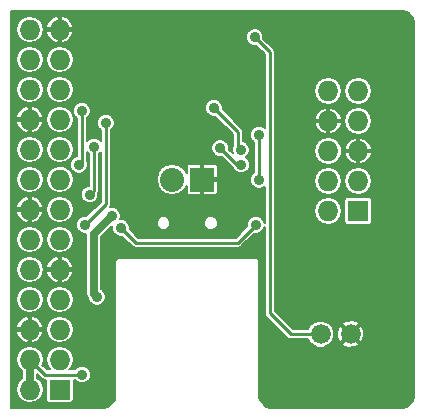
<source format=gbr>
G04 #@! TF.FileFunction,Copper,L2,Bot,Signal*
%FSLAX46Y46*%
G04 Gerber Fmt 4.6, Leading zero omitted, Abs format (unit mm)*
G04 Created by KiCad (PCBNEW 4.0.1-stable) date 7/29/2016 10:59:53 AM*
%MOMM*%
G01*
G04 APERTURE LIST*
%ADD10C,0.150000*%
%ADD11R,1.727200X1.727200*%
%ADD12O,1.727200X1.727200*%
%ADD13R,2.032000X2.032000*%
%ADD14O,2.032000X2.032000*%
%ADD15C,1.676400*%
%ADD16C,0.889000*%
%ADD17C,0.254000*%
%ADD18C,0.635000*%
%ADD19C,0.203200*%
G04 APERTURE END LIST*
D10*
D11*
X4445000Y-32385000D03*
D12*
X1905000Y-32385000D03*
X4445000Y-29845000D03*
X1905000Y-29845000D03*
X4445000Y-27305000D03*
X1905000Y-27305000D03*
X4445000Y-24765000D03*
X1905000Y-24765000D03*
X4445000Y-22225000D03*
X1905000Y-22225000D03*
X4445000Y-19685000D03*
X1905000Y-19685000D03*
X4445000Y-17145000D03*
X1905000Y-17145000D03*
X4445000Y-14605000D03*
X1905000Y-14605000D03*
X4445000Y-12065000D03*
X1905000Y-12065000D03*
X4445000Y-9525000D03*
X1905000Y-9525000D03*
X4445000Y-6985000D03*
X1905000Y-6985000D03*
X4445000Y-4445000D03*
X1905000Y-4445000D03*
X4445000Y-1905000D03*
X1905000Y-1905000D03*
D11*
X29718000Y-17272000D03*
D12*
X27178000Y-17272000D03*
X29718000Y-14732000D03*
X27178000Y-14732000D03*
X29718000Y-12192000D03*
X27178000Y-12192000D03*
X29718000Y-9652000D03*
X27178000Y-9652000D03*
X29718000Y-7112000D03*
X27178000Y-7112000D03*
D13*
X16510000Y-14605000D03*
D14*
X13970000Y-14605000D03*
D15*
X26543000Y-27686000D03*
X29083000Y-27686000D03*
D16*
X6350000Y-31115000D03*
X17780000Y-17145000D03*
X9624000Y-18688000D03*
X21054000Y-18434000D03*
X21308000Y-10814000D03*
X21308000Y-14624000D03*
X17498000Y-8528000D03*
X6322000Y-8782000D03*
X19784000Y-12084000D03*
X6068000Y-13354000D03*
X8354000Y-9798000D03*
X6576000Y-18434000D03*
X8862000Y-17672000D03*
X7592000Y-24530000D03*
X20955000Y-2540000D03*
X6985000Y-15875000D03*
X7366000Y-11811000D03*
X18034000Y-11938000D03*
X19812000Y-13335000D03*
D17*
X3175000Y-31115000D02*
X6350000Y-31115000D01*
X1905000Y-29845000D02*
X3175000Y-31115000D01*
D18*
X1905000Y-29845000D02*
X1905000Y-32385000D01*
D17*
X9624000Y-18688000D02*
X10894000Y-19958000D01*
X10894000Y-19958000D02*
X19530000Y-19958000D01*
X19530000Y-19958000D02*
X21054000Y-18434000D01*
X21308000Y-10814000D02*
X21308000Y-14624000D01*
X19530000Y-10560000D02*
X17498000Y-8528000D01*
X19530000Y-11830000D02*
X19530000Y-10560000D01*
X19784000Y-12084000D02*
X19530000Y-11830000D01*
X6322000Y-13100000D02*
X6322000Y-8782000D01*
X6068000Y-13354000D02*
X6322000Y-13100000D01*
X8354000Y-16656000D02*
X8354000Y-9798000D01*
X6576000Y-18434000D02*
X8354000Y-16656000D01*
D18*
X7338000Y-19196000D02*
X8862000Y-17672000D01*
X7338000Y-24276000D02*
X7338000Y-19196000D01*
X7592000Y-24530000D02*
X7338000Y-24276000D01*
D17*
X22225000Y-3810000D02*
X22225000Y-25908000D01*
X20955000Y-2540000D02*
X22225000Y-3810000D01*
X24003000Y-27686000D02*
X22225000Y-25908000D01*
X26289000Y-27686000D02*
X24003000Y-27686000D01*
X24003000Y-27686000D02*
X22225000Y-25908000D01*
X26543000Y-27686000D02*
X24003000Y-27686000D01*
X6985000Y-15875000D02*
X7366000Y-15494000D01*
X7366000Y-15494000D02*
X7366000Y-11811000D01*
X18034000Y-11938000D02*
X19431000Y-13335000D01*
X19431000Y-13335000D02*
X19812000Y-13335000D01*
D19*
G36*
X33875572Y-430888D02*
X34076375Y-565059D01*
X34232939Y-721623D01*
X34367112Y-922428D01*
X34443200Y-1304947D01*
X34443200Y-32985053D01*
X34372394Y-33341019D01*
X33952177Y-33807927D01*
X33875572Y-33859112D01*
X33493053Y-33935200D01*
X22259947Y-33935200D01*
X21952786Y-33874102D01*
X21370898Y-33292214D01*
X21309800Y-32985053D01*
X21309800Y-21590000D01*
X21282792Y-21454224D01*
X21205881Y-21339119D01*
X21090776Y-21262208D01*
X20955000Y-21235200D01*
X9525000Y-21235200D01*
X9389224Y-21262208D01*
X9274119Y-21339119D01*
X9197208Y-21454224D01*
X9170200Y-21590000D01*
X9170200Y-32985053D01*
X9109102Y-33292214D01*
X8527214Y-33874102D01*
X8220053Y-33935200D01*
X354800Y-33935200D01*
X354800Y-29845000D01*
X713710Y-29845000D01*
X802649Y-30292127D01*
X1055926Y-30671184D01*
X1282700Y-30822709D01*
X1282700Y-31407291D01*
X1055926Y-31558816D01*
X802649Y-31937873D01*
X713710Y-32385000D01*
X802649Y-32832127D01*
X1055926Y-33211184D01*
X1434983Y-33464461D01*
X1882110Y-33553400D01*
X1927890Y-33553400D01*
X2375017Y-33464461D01*
X2754074Y-33211184D01*
X3007351Y-32832127D01*
X3096290Y-32385000D01*
X3007351Y-31937873D01*
X2754074Y-31558816D01*
X2527300Y-31407291D01*
X2527300Y-31077958D01*
X2869671Y-31420329D01*
X3009757Y-31513931D01*
X3175000Y-31546800D01*
X3270629Y-31546800D01*
X3270629Y-33248600D01*
X3291882Y-33361552D01*
X3358637Y-33465292D01*
X3460493Y-33534887D01*
X3581400Y-33559371D01*
X5308600Y-33559371D01*
X5421552Y-33538118D01*
X5525292Y-33471363D01*
X5594887Y-33369507D01*
X5619371Y-33248600D01*
X5619371Y-31546800D01*
X5722300Y-31546800D01*
X5925001Y-31749856D01*
X6200301Y-31864170D01*
X6498391Y-31864430D01*
X6773890Y-31750596D01*
X6984856Y-31539999D01*
X7099170Y-31264699D01*
X7099430Y-30966609D01*
X6985596Y-30691110D01*
X6774999Y-30480144D01*
X6499699Y-30365830D01*
X6201609Y-30365570D01*
X5926110Y-30479404D01*
X5721957Y-30683200D01*
X5276091Y-30683200D01*
X5294074Y-30671184D01*
X5547351Y-30292127D01*
X5636290Y-29845000D01*
X5547351Y-29397873D01*
X5294074Y-29018816D01*
X4915017Y-28765539D01*
X4467890Y-28676600D01*
X4422110Y-28676600D01*
X3974983Y-28765539D01*
X3595926Y-29018816D01*
X3342649Y-29397873D01*
X3253710Y-29845000D01*
X3342649Y-30292127D01*
X3595926Y-30671184D01*
X3613909Y-30683200D01*
X3353858Y-30683200D01*
X2989500Y-30318842D01*
X3007351Y-30292127D01*
X3096290Y-29845000D01*
X3007351Y-29397873D01*
X2754074Y-29018816D01*
X2375017Y-28765539D01*
X1927890Y-28676600D01*
X1882110Y-28676600D01*
X1434983Y-28765539D01*
X1055926Y-29018816D01*
X802649Y-29397873D01*
X713710Y-29845000D01*
X354800Y-29845000D01*
X354800Y-27575054D01*
X768237Y-27575054D01*
X910223Y-27917862D01*
X1220478Y-28251895D01*
X1634945Y-28441772D01*
X1816100Y-28393822D01*
X1816100Y-27393900D01*
X1993900Y-27393900D01*
X1993900Y-28393822D01*
X2175055Y-28441772D01*
X2589522Y-28251895D01*
X2899777Y-27917862D01*
X3041763Y-27575054D01*
X2993576Y-27393900D01*
X1993900Y-27393900D01*
X1816100Y-27393900D01*
X816424Y-27393900D01*
X768237Y-27575054D01*
X354800Y-27575054D01*
X354800Y-27305000D01*
X3253710Y-27305000D01*
X3342649Y-27752127D01*
X3595926Y-28131184D01*
X3974983Y-28384461D01*
X4422110Y-28473400D01*
X4467890Y-28473400D01*
X4915017Y-28384461D01*
X5294074Y-28131184D01*
X5547351Y-27752127D01*
X5636290Y-27305000D01*
X5547351Y-26857873D01*
X5294074Y-26478816D01*
X4915017Y-26225539D01*
X4467890Y-26136600D01*
X4422110Y-26136600D01*
X3974983Y-26225539D01*
X3595926Y-26478816D01*
X3342649Y-26857873D01*
X3253710Y-27305000D01*
X354800Y-27305000D01*
X354800Y-27034946D01*
X768237Y-27034946D01*
X816424Y-27216100D01*
X1816100Y-27216100D01*
X1816100Y-26216178D01*
X1993900Y-26216178D01*
X1993900Y-27216100D01*
X2993576Y-27216100D01*
X3041763Y-27034946D01*
X2899777Y-26692138D01*
X2589522Y-26358105D01*
X2175055Y-26168228D01*
X1993900Y-26216178D01*
X1816100Y-26216178D01*
X1634945Y-26168228D01*
X1220478Y-26358105D01*
X910223Y-26692138D01*
X768237Y-27034946D01*
X354800Y-27034946D01*
X354800Y-24765000D01*
X713710Y-24765000D01*
X802649Y-25212127D01*
X1055926Y-25591184D01*
X1434983Y-25844461D01*
X1882110Y-25933400D01*
X1927890Y-25933400D01*
X2375017Y-25844461D01*
X2754074Y-25591184D01*
X3007351Y-25212127D01*
X3096290Y-24765000D01*
X3253710Y-24765000D01*
X3342649Y-25212127D01*
X3595926Y-25591184D01*
X3974983Y-25844461D01*
X4422110Y-25933400D01*
X4467890Y-25933400D01*
X4915017Y-25844461D01*
X5294074Y-25591184D01*
X5547351Y-25212127D01*
X5636290Y-24765000D01*
X5547351Y-24317873D01*
X5294074Y-23938816D01*
X4915017Y-23685539D01*
X4467890Y-23596600D01*
X4422110Y-23596600D01*
X3974983Y-23685539D01*
X3595926Y-23938816D01*
X3342649Y-24317873D01*
X3253710Y-24765000D01*
X3096290Y-24765000D01*
X3007351Y-24317873D01*
X2754074Y-23938816D01*
X2375017Y-23685539D01*
X1927890Y-23596600D01*
X1882110Y-23596600D01*
X1434983Y-23685539D01*
X1055926Y-23938816D01*
X802649Y-24317873D01*
X713710Y-24765000D01*
X354800Y-24765000D01*
X354800Y-22225000D01*
X713710Y-22225000D01*
X802649Y-22672127D01*
X1055926Y-23051184D01*
X1434983Y-23304461D01*
X1882110Y-23393400D01*
X1927890Y-23393400D01*
X2375017Y-23304461D01*
X2754074Y-23051184D01*
X3007351Y-22672127D01*
X3042572Y-22495054D01*
X3308237Y-22495054D01*
X3450223Y-22837862D01*
X3760478Y-23171895D01*
X4174945Y-23361772D01*
X4356100Y-23313822D01*
X4356100Y-22313900D01*
X4533900Y-22313900D01*
X4533900Y-23313822D01*
X4715055Y-23361772D01*
X5129522Y-23171895D01*
X5439777Y-22837862D01*
X5581763Y-22495054D01*
X5533576Y-22313900D01*
X4533900Y-22313900D01*
X4356100Y-22313900D01*
X3356424Y-22313900D01*
X3308237Y-22495054D01*
X3042572Y-22495054D01*
X3096290Y-22225000D01*
X3042573Y-21954946D01*
X3308237Y-21954946D01*
X3356424Y-22136100D01*
X4356100Y-22136100D01*
X4356100Y-21136178D01*
X4533900Y-21136178D01*
X4533900Y-22136100D01*
X5533576Y-22136100D01*
X5581763Y-21954946D01*
X5439777Y-21612138D01*
X5129522Y-21278105D01*
X4715055Y-21088228D01*
X4533900Y-21136178D01*
X4356100Y-21136178D01*
X4174945Y-21088228D01*
X3760478Y-21278105D01*
X3450223Y-21612138D01*
X3308237Y-21954946D01*
X3042573Y-21954946D01*
X3007351Y-21777873D01*
X2754074Y-21398816D01*
X2375017Y-21145539D01*
X1927890Y-21056600D01*
X1882110Y-21056600D01*
X1434983Y-21145539D01*
X1055926Y-21398816D01*
X802649Y-21777873D01*
X713710Y-22225000D01*
X354800Y-22225000D01*
X354800Y-19685000D01*
X713710Y-19685000D01*
X802649Y-20132127D01*
X1055926Y-20511184D01*
X1434983Y-20764461D01*
X1882110Y-20853400D01*
X1927890Y-20853400D01*
X2375017Y-20764461D01*
X2754074Y-20511184D01*
X3007351Y-20132127D01*
X3096290Y-19685000D01*
X3253710Y-19685000D01*
X3342649Y-20132127D01*
X3595926Y-20511184D01*
X3974983Y-20764461D01*
X4422110Y-20853400D01*
X4467890Y-20853400D01*
X4915017Y-20764461D01*
X5294074Y-20511184D01*
X5547351Y-20132127D01*
X5636290Y-19685000D01*
X5547351Y-19237873D01*
X5294074Y-18858816D01*
X4915017Y-18605539D01*
X4467890Y-18516600D01*
X4422110Y-18516600D01*
X3974983Y-18605539D01*
X3595926Y-18858816D01*
X3342649Y-19237873D01*
X3253710Y-19685000D01*
X3096290Y-19685000D01*
X3007351Y-19237873D01*
X2754074Y-18858816D01*
X2375017Y-18605539D01*
X1927890Y-18516600D01*
X1882110Y-18516600D01*
X1434983Y-18605539D01*
X1055926Y-18858816D01*
X802649Y-19237873D01*
X713710Y-19685000D01*
X354800Y-19685000D01*
X354800Y-17415054D01*
X768237Y-17415054D01*
X910223Y-17757862D01*
X1220478Y-18091895D01*
X1634945Y-18281772D01*
X1816100Y-18233822D01*
X1816100Y-17233900D01*
X1993900Y-17233900D01*
X1993900Y-18233822D01*
X2175055Y-18281772D01*
X2589522Y-18091895D01*
X2899777Y-17757862D01*
X3041763Y-17415054D01*
X2993576Y-17233900D01*
X1993900Y-17233900D01*
X1816100Y-17233900D01*
X816424Y-17233900D01*
X768237Y-17415054D01*
X354800Y-17415054D01*
X354800Y-17145000D01*
X3253710Y-17145000D01*
X3342649Y-17592127D01*
X3595926Y-17971184D01*
X3974983Y-18224461D01*
X4422110Y-18313400D01*
X4467890Y-18313400D01*
X4915017Y-18224461D01*
X5294074Y-17971184D01*
X5547351Y-17592127D01*
X5636290Y-17145000D01*
X5547351Y-16697873D01*
X5294074Y-16318816D01*
X4915017Y-16065539D01*
X4467890Y-15976600D01*
X4422110Y-15976600D01*
X3974983Y-16065539D01*
X3595926Y-16318816D01*
X3342649Y-16697873D01*
X3253710Y-17145000D01*
X354800Y-17145000D01*
X354800Y-16874946D01*
X768237Y-16874946D01*
X816424Y-17056100D01*
X1816100Y-17056100D01*
X1816100Y-16056178D01*
X1993900Y-16056178D01*
X1993900Y-17056100D01*
X2993576Y-17056100D01*
X3041763Y-16874946D01*
X2899777Y-16532138D01*
X2589522Y-16198105D01*
X2175055Y-16008228D01*
X1993900Y-16056178D01*
X1816100Y-16056178D01*
X1634945Y-16008228D01*
X1220478Y-16198105D01*
X910223Y-16532138D01*
X768237Y-16874946D01*
X354800Y-16874946D01*
X354800Y-14605000D01*
X713710Y-14605000D01*
X802649Y-15052127D01*
X1055926Y-15431184D01*
X1434983Y-15684461D01*
X1882110Y-15773400D01*
X1927890Y-15773400D01*
X2375017Y-15684461D01*
X2754074Y-15431184D01*
X3007351Y-15052127D01*
X3096290Y-14605000D01*
X3253710Y-14605000D01*
X3342649Y-15052127D01*
X3595926Y-15431184D01*
X3974983Y-15684461D01*
X4422110Y-15773400D01*
X4467890Y-15773400D01*
X4915017Y-15684461D01*
X5294074Y-15431184D01*
X5547351Y-15052127D01*
X5636290Y-14605000D01*
X5547351Y-14157873D01*
X5294074Y-13778816D01*
X4915017Y-13525539D01*
X4798645Y-13502391D01*
X5318570Y-13502391D01*
X5432404Y-13777890D01*
X5643001Y-13988856D01*
X5918301Y-14103170D01*
X6216391Y-14103430D01*
X6491890Y-13989596D01*
X6702856Y-13778999D01*
X6817170Y-13503699D01*
X6817430Y-13205609D01*
X6753800Y-13051613D01*
X6753800Y-12258327D01*
X6934200Y-12439043D01*
X6934200Y-15125655D01*
X6836609Y-15125570D01*
X6561110Y-15239404D01*
X6350144Y-15450001D01*
X6235830Y-15725301D01*
X6235570Y-16023391D01*
X6349404Y-16298890D01*
X6560001Y-16509856D01*
X6835301Y-16624170D01*
X7133391Y-16624430D01*
X7408890Y-16510596D01*
X7619856Y-16299999D01*
X7734170Y-16024699D01*
X7734430Y-15726609D01*
X7728885Y-15713190D01*
X7764931Y-15659243D01*
X7797800Y-15494000D01*
X7797800Y-12438700D01*
X7922200Y-12314517D01*
X7922200Y-16477142D01*
X6714522Y-17684820D01*
X6427609Y-17684570D01*
X6152110Y-17798404D01*
X5941144Y-18009001D01*
X5826830Y-18284301D01*
X5826570Y-18582391D01*
X5940404Y-18857890D01*
X6151001Y-19068856D01*
X6426301Y-19183170D01*
X6718200Y-19183425D01*
X6715699Y-19196000D01*
X6715700Y-19196005D01*
X6715700Y-24275995D01*
X6715699Y-24276000D01*
X6763070Y-24514144D01*
X6842609Y-24633184D01*
X6842570Y-24678391D01*
X6956404Y-24953890D01*
X7167001Y-25164856D01*
X7442301Y-25279170D01*
X7740391Y-25279430D01*
X8015890Y-25165596D01*
X8226856Y-24954999D01*
X8341170Y-24679699D01*
X8341430Y-24381609D01*
X8227596Y-24106110D01*
X8016999Y-23895144D01*
X7960300Y-23871601D01*
X7960300Y-19453766D01*
X8874829Y-18539236D01*
X8874570Y-18836391D01*
X8988404Y-19111890D01*
X9199001Y-19322856D01*
X9474301Y-19437170D01*
X9762764Y-19437422D01*
X10588671Y-20263329D01*
X10728757Y-20356931D01*
X10894000Y-20389800D01*
X19530000Y-20389800D01*
X19695243Y-20356931D01*
X19835329Y-20263329D01*
X20915478Y-19183180D01*
X21202391Y-19183430D01*
X21477890Y-19069596D01*
X21688856Y-18858999D01*
X21793200Y-18607710D01*
X21793200Y-25908000D01*
X21826069Y-26073243D01*
X21868403Y-26136600D01*
X21919671Y-26213329D01*
X23697671Y-27991329D01*
X23837757Y-28084931D01*
X23865173Y-28090385D01*
X24003000Y-28117801D01*
X24003005Y-28117800D01*
X25484688Y-28117800D01*
X25573446Y-28332612D01*
X25894697Y-28654423D01*
X26314646Y-28828801D01*
X26769359Y-28829198D01*
X27189612Y-28655554D01*
X27328940Y-28516468D01*
X28378256Y-28516468D01*
X28471917Y-28678330D01*
X28898181Y-28836644D01*
X29352582Y-28819784D01*
X29694083Y-28678330D01*
X29787744Y-28516468D01*
X29083000Y-27811724D01*
X28378256Y-28516468D01*
X27328940Y-28516468D01*
X27511423Y-28334303D01*
X27685801Y-27914354D01*
X27686161Y-27501181D01*
X27932356Y-27501181D01*
X27949216Y-27955582D01*
X28090670Y-28297083D01*
X28252532Y-28390744D01*
X28957276Y-27686000D01*
X29208724Y-27686000D01*
X29913468Y-28390744D01*
X30075330Y-28297083D01*
X30233644Y-27870819D01*
X30216784Y-27416418D01*
X30075330Y-27074917D01*
X29913468Y-26981256D01*
X29208724Y-27686000D01*
X28957276Y-27686000D01*
X28252532Y-26981256D01*
X28090670Y-27074917D01*
X27932356Y-27501181D01*
X27686161Y-27501181D01*
X27686198Y-27459641D01*
X27512554Y-27039388D01*
X27329018Y-26855532D01*
X28378256Y-26855532D01*
X29083000Y-27560276D01*
X29787744Y-26855532D01*
X29694083Y-26693670D01*
X29267819Y-26535356D01*
X28813418Y-26552216D01*
X28471917Y-26693670D01*
X28378256Y-26855532D01*
X27329018Y-26855532D01*
X27191303Y-26717577D01*
X26771354Y-26543199D01*
X26316641Y-26542802D01*
X25896388Y-26716446D01*
X25574577Y-27037697D01*
X25484677Y-27254200D01*
X24181858Y-27254200D01*
X22656800Y-25729142D01*
X22656800Y-17272000D01*
X25986710Y-17272000D01*
X26075649Y-17719127D01*
X26328926Y-18098184D01*
X26707983Y-18351461D01*
X27155110Y-18440400D01*
X27200890Y-18440400D01*
X27648017Y-18351461D01*
X28027074Y-18098184D01*
X28280351Y-17719127D01*
X28369290Y-17272000D01*
X28280351Y-16824873D01*
X28027074Y-16445816D01*
X27971077Y-16408400D01*
X28543629Y-16408400D01*
X28543629Y-18135600D01*
X28564882Y-18248552D01*
X28631637Y-18352292D01*
X28733493Y-18421887D01*
X28854400Y-18446371D01*
X30581600Y-18446371D01*
X30694552Y-18425118D01*
X30798292Y-18358363D01*
X30867887Y-18256507D01*
X30892371Y-18135600D01*
X30892371Y-16408400D01*
X30871118Y-16295448D01*
X30804363Y-16191708D01*
X30702507Y-16122113D01*
X30581600Y-16097629D01*
X28854400Y-16097629D01*
X28741448Y-16118882D01*
X28637708Y-16185637D01*
X28568113Y-16287493D01*
X28543629Y-16408400D01*
X27971077Y-16408400D01*
X27648017Y-16192539D01*
X27200890Y-16103600D01*
X27155110Y-16103600D01*
X26707983Y-16192539D01*
X26328926Y-16445816D01*
X26075649Y-16824873D01*
X25986710Y-17272000D01*
X22656800Y-17272000D01*
X22656800Y-14732000D01*
X25986710Y-14732000D01*
X26075649Y-15179127D01*
X26328926Y-15558184D01*
X26707983Y-15811461D01*
X27155110Y-15900400D01*
X27200890Y-15900400D01*
X27648017Y-15811461D01*
X28027074Y-15558184D01*
X28280351Y-15179127D01*
X28369290Y-14732000D01*
X28526710Y-14732000D01*
X28615649Y-15179127D01*
X28868926Y-15558184D01*
X29247983Y-15811461D01*
X29695110Y-15900400D01*
X29740890Y-15900400D01*
X30188017Y-15811461D01*
X30567074Y-15558184D01*
X30820351Y-15179127D01*
X30909290Y-14732000D01*
X30820351Y-14284873D01*
X30567074Y-13905816D01*
X30188017Y-13652539D01*
X29740890Y-13563600D01*
X29695110Y-13563600D01*
X29247983Y-13652539D01*
X28868926Y-13905816D01*
X28615649Y-14284873D01*
X28526710Y-14732000D01*
X28369290Y-14732000D01*
X28280351Y-14284873D01*
X28027074Y-13905816D01*
X27648017Y-13652539D01*
X27200890Y-13563600D01*
X27155110Y-13563600D01*
X26707983Y-13652539D01*
X26328926Y-13905816D01*
X26075649Y-14284873D01*
X25986710Y-14732000D01*
X22656800Y-14732000D01*
X22656800Y-12192000D01*
X25986710Y-12192000D01*
X26075649Y-12639127D01*
X26328926Y-13018184D01*
X26707983Y-13271461D01*
X27155110Y-13360400D01*
X27200890Y-13360400D01*
X27648017Y-13271461D01*
X28027074Y-13018184D01*
X28280351Y-12639127D01*
X28315572Y-12462054D01*
X28581237Y-12462054D01*
X28723223Y-12804862D01*
X29033478Y-13138895D01*
X29447945Y-13328772D01*
X29629100Y-13280822D01*
X29629100Y-12280900D01*
X29806900Y-12280900D01*
X29806900Y-13280822D01*
X29988055Y-13328772D01*
X30402522Y-13138895D01*
X30712777Y-12804862D01*
X30854763Y-12462054D01*
X30806576Y-12280900D01*
X29806900Y-12280900D01*
X29629100Y-12280900D01*
X28629424Y-12280900D01*
X28581237Y-12462054D01*
X28315572Y-12462054D01*
X28369290Y-12192000D01*
X28315573Y-11921946D01*
X28581237Y-11921946D01*
X28629424Y-12103100D01*
X29629100Y-12103100D01*
X29629100Y-11103178D01*
X29806900Y-11103178D01*
X29806900Y-12103100D01*
X30806576Y-12103100D01*
X30854763Y-11921946D01*
X30712777Y-11579138D01*
X30402522Y-11245105D01*
X29988055Y-11055228D01*
X29806900Y-11103178D01*
X29629100Y-11103178D01*
X29447945Y-11055228D01*
X29033478Y-11245105D01*
X28723223Y-11579138D01*
X28581237Y-11921946D01*
X28315573Y-11921946D01*
X28280351Y-11744873D01*
X28027074Y-11365816D01*
X27648017Y-11112539D01*
X27200890Y-11023600D01*
X27155110Y-11023600D01*
X26707983Y-11112539D01*
X26328926Y-11365816D01*
X26075649Y-11744873D01*
X25986710Y-12192000D01*
X22656800Y-12192000D01*
X22656800Y-9922054D01*
X26041237Y-9922054D01*
X26183223Y-10264862D01*
X26493478Y-10598895D01*
X26907945Y-10788772D01*
X27089100Y-10740822D01*
X27089100Y-9740900D01*
X27266900Y-9740900D01*
X27266900Y-10740822D01*
X27448055Y-10788772D01*
X27862522Y-10598895D01*
X28172777Y-10264862D01*
X28314763Y-9922054D01*
X28266576Y-9740900D01*
X27266900Y-9740900D01*
X27089100Y-9740900D01*
X26089424Y-9740900D01*
X26041237Y-9922054D01*
X22656800Y-9922054D01*
X22656800Y-9652000D01*
X28526710Y-9652000D01*
X28615649Y-10099127D01*
X28868926Y-10478184D01*
X29247983Y-10731461D01*
X29695110Y-10820400D01*
X29740890Y-10820400D01*
X30188017Y-10731461D01*
X30567074Y-10478184D01*
X30820351Y-10099127D01*
X30909290Y-9652000D01*
X30820351Y-9204873D01*
X30567074Y-8825816D01*
X30188017Y-8572539D01*
X29740890Y-8483600D01*
X29695110Y-8483600D01*
X29247983Y-8572539D01*
X28868926Y-8825816D01*
X28615649Y-9204873D01*
X28526710Y-9652000D01*
X22656800Y-9652000D01*
X22656800Y-9381946D01*
X26041237Y-9381946D01*
X26089424Y-9563100D01*
X27089100Y-9563100D01*
X27089100Y-8563178D01*
X27266900Y-8563178D01*
X27266900Y-9563100D01*
X28266576Y-9563100D01*
X28314763Y-9381946D01*
X28172777Y-9039138D01*
X27862522Y-8705105D01*
X27448055Y-8515228D01*
X27266900Y-8563178D01*
X27089100Y-8563178D01*
X26907945Y-8515228D01*
X26493478Y-8705105D01*
X26183223Y-9039138D01*
X26041237Y-9381946D01*
X22656800Y-9381946D01*
X22656800Y-7112000D01*
X25986710Y-7112000D01*
X26075649Y-7559127D01*
X26328926Y-7938184D01*
X26707983Y-8191461D01*
X27155110Y-8280400D01*
X27200890Y-8280400D01*
X27648017Y-8191461D01*
X28027074Y-7938184D01*
X28280351Y-7559127D01*
X28369290Y-7112000D01*
X28526710Y-7112000D01*
X28615649Y-7559127D01*
X28868926Y-7938184D01*
X29247983Y-8191461D01*
X29695110Y-8280400D01*
X29740890Y-8280400D01*
X30188017Y-8191461D01*
X30567074Y-7938184D01*
X30820351Y-7559127D01*
X30909290Y-7112000D01*
X30820351Y-6664873D01*
X30567074Y-6285816D01*
X30188017Y-6032539D01*
X29740890Y-5943600D01*
X29695110Y-5943600D01*
X29247983Y-6032539D01*
X28868926Y-6285816D01*
X28615649Y-6664873D01*
X28526710Y-7112000D01*
X28369290Y-7112000D01*
X28280351Y-6664873D01*
X28027074Y-6285816D01*
X27648017Y-6032539D01*
X27200890Y-5943600D01*
X27155110Y-5943600D01*
X26707983Y-6032539D01*
X26328926Y-6285816D01*
X26075649Y-6664873D01*
X25986710Y-7112000D01*
X22656800Y-7112000D01*
X22656800Y-3810000D01*
X22623931Y-3644757D01*
X22530329Y-3504671D01*
X21704180Y-2678522D01*
X21704430Y-2391609D01*
X21590596Y-2116110D01*
X21379999Y-1905144D01*
X21104699Y-1790830D01*
X20806609Y-1790570D01*
X20531110Y-1904404D01*
X20320144Y-2115001D01*
X20205830Y-2390301D01*
X20205570Y-2688391D01*
X20319404Y-2963890D01*
X20530001Y-3174856D01*
X20805301Y-3289170D01*
X21093764Y-3289422D01*
X21793200Y-3988858D01*
X21793200Y-10239450D01*
X21732999Y-10179144D01*
X21457699Y-10064830D01*
X21159609Y-10064570D01*
X20884110Y-10178404D01*
X20673144Y-10389001D01*
X20558830Y-10664301D01*
X20558570Y-10962391D01*
X20672404Y-11237890D01*
X20876200Y-11442043D01*
X20876200Y-13996300D01*
X20673144Y-14199001D01*
X20558830Y-14474301D01*
X20558570Y-14772391D01*
X20672404Y-15047890D01*
X20883001Y-15258856D01*
X21158301Y-15373170D01*
X21456391Y-15373430D01*
X21731890Y-15259596D01*
X21793200Y-15198393D01*
X21793200Y-18260851D01*
X21689596Y-18010110D01*
X21478999Y-17799144D01*
X21203699Y-17684830D01*
X20905609Y-17684570D01*
X20630110Y-17798404D01*
X20419144Y-18009001D01*
X20304830Y-18284301D01*
X20304578Y-18572764D01*
X19351142Y-19526200D01*
X11072858Y-19526200D01*
X10373180Y-18826522D01*
X10373430Y-18539609D01*
X10323936Y-18419823D01*
X12660100Y-18419823D01*
X12748183Y-18633001D01*
X12911141Y-18796244D01*
X13124165Y-18884699D01*
X13354823Y-18884900D01*
X13568001Y-18796817D01*
X13731244Y-18633859D01*
X13819699Y-18420835D01*
X13819699Y-18419823D01*
X16660100Y-18419823D01*
X16748183Y-18633001D01*
X16911141Y-18796244D01*
X17124165Y-18884699D01*
X17354823Y-18884900D01*
X17568001Y-18796817D01*
X17731244Y-18633859D01*
X17819699Y-18420835D01*
X17819900Y-18190177D01*
X17731817Y-17976999D01*
X17568859Y-17813756D01*
X17355835Y-17725301D01*
X17125177Y-17725100D01*
X16911999Y-17813183D01*
X16748756Y-17976141D01*
X16660301Y-18189165D01*
X16660100Y-18419823D01*
X13819699Y-18419823D01*
X13819900Y-18190177D01*
X13731817Y-17976999D01*
X13568859Y-17813756D01*
X13355835Y-17725301D01*
X13125177Y-17725100D01*
X12911999Y-17813183D01*
X12748756Y-17976141D01*
X12660301Y-18189165D01*
X12660100Y-18419823D01*
X10323936Y-18419823D01*
X10259596Y-18264110D01*
X10048999Y-18053144D01*
X9773699Y-17938830D01*
X9562610Y-17938646D01*
X9611170Y-17821699D01*
X9611430Y-17523609D01*
X9497596Y-17248110D01*
X9286999Y-17037144D01*
X9011699Y-16922830D01*
X8713609Y-16922570D01*
X8674402Y-16938770D01*
X8717048Y-16874946D01*
X8752931Y-16821243D01*
X8758385Y-16793827D01*
X8785801Y-16656000D01*
X8785800Y-16655995D01*
X8785800Y-14579124D01*
X12649200Y-14579124D01*
X12649200Y-14630876D01*
X12749740Y-15136324D01*
X13036053Y-15564823D01*
X13464552Y-15851136D01*
X13970000Y-15951676D01*
X14475448Y-15851136D01*
X14903947Y-15564823D01*
X15189200Y-15137910D01*
X15189200Y-15681628D01*
X15235603Y-15793655D01*
X15321344Y-15879397D01*
X15433371Y-15925800D01*
X16344900Y-15925800D01*
X16421100Y-15849600D01*
X16421100Y-14693900D01*
X16598900Y-14693900D01*
X16598900Y-15849600D01*
X16675100Y-15925800D01*
X17586629Y-15925800D01*
X17698656Y-15879397D01*
X17784397Y-15793655D01*
X17830800Y-15681628D01*
X17830800Y-14770100D01*
X17754600Y-14693900D01*
X16598900Y-14693900D01*
X16421100Y-14693900D01*
X16401100Y-14693900D01*
X16401100Y-14516100D01*
X16421100Y-14516100D01*
X16421100Y-13360400D01*
X16598900Y-13360400D01*
X16598900Y-14516100D01*
X17754600Y-14516100D01*
X17830800Y-14439900D01*
X17830800Y-13528372D01*
X17784397Y-13416345D01*
X17698656Y-13330603D01*
X17586629Y-13284200D01*
X16675100Y-13284200D01*
X16598900Y-13360400D01*
X16421100Y-13360400D01*
X16344900Y-13284200D01*
X15433371Y-13284200D01*
X15321344Y-13330603D01*
X15235603Y-13416345D01*
X15189200Y-13528372D01*
X15189200Y-14072090D01*
X14903947Y-13645177D01*
X14475448Y-13358864D01*
X13970000Y-13258324D01*
X13464552Y-13358864D01*
X13036053Y-13645177D01*
X12749740Y-14073676D01*
X12649200Y-14579124D01*
X8785800Y-14579124D01*
X8785800Y-10425700D01*
X8988856Y-10222999D01*
X9103170Y-9947699D01*
X9103430Y-9649609D01*
X8989596Y-9374110D01*
X8778999Y-9163144D01*
X8503699Y-9048830D01*
X8205609Y-9048570D01*
X7930110Y-9162404D01*
X7719144Y-9373001D01*
X7604830Y-9648301D01*
X7604570Y-9946391D01*
X7718404Y-10221890D01*
X7922200Y-10426043D01*
X7922200Y-11307575D01*
X7790999Y-11176144D01*
X7515699Y-11061830D01*
X7217609Y-11061570D01*
X6942110Y-11175404D01*
X6753800Y-11363385D01*
X6753800Y-9409700D01*
X6956856Y-9206999D01*
X7071170Y-8931699D01*
X7071392Y-8676391D01*
X16748570Y-8676391D01*
X16862404Y-8951890D01*
X17073001Y-9162856D01*
X17348301Y-9277170D01*
X17636764Y-9277422D01*
X19098200Y-10738858D01*
X19098200Y-11781688D01*
X19034830Y-11934301D01*
X19034570Y-12232391D01*
X19101830Y-12395173D01*
X18783180Y-12076522D01*
X18783430Y-11789609D01*
X18669596Y-11514110D01*
X18458999Y-11303144D01*
X18183699Y-11188830D01*
X17885609Y-11188570D01*
X17610110Y-11302404D01*
X17399144Y-11513001D01*
X17284830Y-11788301D01*
X17284570Y-12086391D01*
X17398404Y-12361890D01*
X17609001Y-12572856D01*
X17884301Y-12687170D01*
X18172764Y-12687422D01*
X19125669Y-13640326D01*
X19125671Y-13640329D01*
X19128081Y-13641939D01*
X19176404Y-13758890D01*
X19387001Y-13969856D01*
X19662301Y-14084170D01*
X19960391Y-14084430D01*
X20235890Y-13970596D01*
X20446856Y-13759999D01*
X20561170Y-13484699D01*
X20561430Y-13186609D01*
X20447596Y-12911110D01*
X20236999Y-12700144D01*
X20230203Y-12697322D01*
X20418856Y-12508999D01*
X20533170Y-12233699D01*
X20533430Y-11935609D01*
X20419596Y-11660110D01*
X20208999Y-11449144D01*
X19961800Y-11346498D01*
X19961800Y-10560000D01*
X19928931Y-10394757D01*
X19835329Y-10254671D01*
X18247180Y-8666522D01*
X18247430Y-8379609D01*
X18133596Y-8104110D01*
X17922999Y-7893144D01*
X17647699Y-7778830D01*
X17349609Y-7778570D01*
X17074110Y-7892404D01*
X16863144Y-8103001D01*
X16748830Y-8378301D01*
X16748570Y-8676391D01*
X7071392Y-8676391D01*
X7071430Y-8633609D01*
X6957596Y-8358110D01*
X6746999Y-8147144D01*
X6471699Y-8032830D01*
X6173609Y-8032570D01*
X5898110Y-8146404D01*
X5687144Y-8357001D01*
X5572830Y-8632301D01*
X5572570Y-8930391D01*
X5686404Y-9205890D01*
X5890200Y-9410043D01*
X5890200Y-12616722D01*
X5644110Y-12718404D01*
X5433144Y-12929001D01*
X5318830Y-13204301D01*
X5318570Y-13502391D01*
X4798645Y-13502391D01*
X4467890Y-13436600D01*
X4422110Y-13436600D01*
X3974983Y-13525539D01*
X3595926Y-13778816D01*
X3342649Y-14157873D01*
X3253710Y-14605000D01*
X3096290Y-14605000D01*
X3007351Y-14157873D01*
X2754074Y-13778816D01*
X2375017Y-13525539D01*
X1927890Y-13436600D01*
X1882110Y-13436600D01*
X1434983Y-13525539D01*
X1055926Y-13778816D01*
X802649Y-14157873D01*
X713710Y-14605000D01*
X354800Y-14605000D01*
X354800Y-12065000D01*
X713710Y-12065000D01*
X802649Y-12512127D01*
X1055926Y-12891184D01*
X1434983Y-13144461D01*
X1882110Y-13233400D01*
X1927890Y-13233400D01*
X2375017Y-13144461D01*
X2754074Y-12891184D01*
X3007351Y-12512127D01*
X3096290Y-12065000D01*
X3253710Y-12065000D01*
X3342649Y-12512127D01*
X3595926Y-12891184D01*
X3974983Y-13144461D01*
X4422110Y-13233400D01*
X4467890Y-13233400D01*
X4915017Y-13144461D01*
X5294074Y-12891184D01*
X5547351Y-12512127D01*
X5636290Y-12065000D01*
X5547351Y-11617873D01*
X5294074Y-11238816D01*
X4915017Y-10985539D01*
X4467890Y-10896600D01*
X4422110Y-10896600D01*
X3974983Y-10985539D01*
X3595926Y-11238816D01*
X3342649Y-11617873D01*
X3253710Y-12065000D01*
X3096290Y-12065000D01*
X3007351Y-11617873D01*
X2754074Y-11238816D01*
X2375017Y-10985539D01*
X1927890Y-10896600D01*
X1882110Y-10896600D01*
X1434983Y-10985539D01*
X1055926Y-11238816D01*
X802649Y-11617873D01*
X713710Y-12065000D01*
X354800Y-12065000D01*
X354800Y-9795054D01*
X768237Y-9795054D01*
X910223Y-10137862D01*
X1220478Y-10471895D01*
X1634945Y-10661772D01*
X1816100Y-10613822D01*
X1816100Y-9613900D01*
X1993900Y-9613900D01*
X1993900Y-10613822D01*
X2175055Y-10661772D01*
X2589522Y-10471895D01*
X2899777Y-10137862D01*
X3041763Y-9795054D01*
X2993576Y-9613900D01*
X1993900Y-9613900D01*
X1816100Y-9613900D01*
X816424Y-9613900D01*
X768237Y-9795054D01*
X354800Y-9795054D01*
X354800Y-9525000D01*
X3253710Y-9525000D01*
X3342649Y-9972127D01*
X3595926Y-10351184D01*
X3974983Y-10604461D01*
X4422110Y-10693400D01*
X4467890Y-10693400D01*
X4915017Y-10604461D01*
X5294074Y-10351184D01*
X5547351Y-9972127D01*
X5636290Y-9525000D01*
X5547351Y-9077873D01*
X5294074Y-8698816D01*
X4915017Y-8445539D01*
X4467890Y-8356600D01*
X4422110Y-8356600D01*
X3974983Y-8445539D01*
X3595926Y-8698816D01*
X3342649Y-9077873D01*
X3253710Y-9525000D01*
X354800Y-9525000D01*
X354800Y-9254946D01*
X768237Y-9254946D01*
X816424Y-9436100D01*
X1816100Y-9436100D01*
X1816100Y-8436178D01*
X1993900Y-8436178D01*
X1993900Y-9436100D01*
X2993576Y-9436100D01*
X3041763Y-9254946D01*
X2899777Y-8912138D01*
X2589522Y-8578105D01*
X2175055Y-8388228D01*
X1993900Y-8436178D01*
X1816100Y-8436178D01*
X1634945Y-8388228D01*
X1220478Y-8578105D01*
X910223Y-8912138D01*
X768237Y-9254946D01*
X354800Y-9254946D01*
X354800Y-6985000D01*
X713710Y-6985000D01*
X802649Y-7432127D01*
X1055926Y-7811184D01*
X1434983Y-8064461D01*
X1882110Y-8153400D01*
X1927890Y-8153400D01*
X2375017Y-8064461D01*
X2754074Y-7811184D01*
X3007351Y-7432127D01*
X3096290Y-6985000D01*
X3253710Y-6985000D01*
X3342649Y-7432127D01*
X3595926Y-7811184D01*
X3974983Y-8064461D01*
X4422110Y-8153400D01*
X4467890Y-8153400D01*
X4915017Y-8064461D01*
X5294074Y-7811184D01*
X5547351Y-7432127D01*
X5636290Y-6985000D01*
X5547351Y-6537873D01*
X5294074Y-6158816D01*
X4915017Y-5905539D01*
X4467890Y-5816600D01*
X4422110Y-5816600D01*
X3974983Y-5905539D01*
X3595926Y-6158816D01*
X3342649Y-6537873D01*
X3253710Y-6985000D01*
X3096290Y-6985000D01*
X3007351Y-6537873D01*
X2754074Y-6158816D01*
X2375017Y-5905539D01*
X1927890Y-5816600D01*
X1882110Y-5816600D01*
X1434983Y-5905539D01*
X1055926Y-6158816D01*
X802649Y-6537873D01*
X713710Y-6985000D01*
X354800Y-6985000D01*
X354800Y-4445000D01*
X713710Y-4445000D01*
X802649Y-4892127D01*
X1055926Y-5271184D01*
X1434983Y-5524461D01*
X1882110Y-5613400D01*
X1927890Y-5613400D01*
X2375017Y-5524461D01*
X2754074Y-5271184D01*
X3007351Y-4892127D01*
X3096290Y-4445000D01*
X3253710Y-4445000D01*
X3342649Y-4892127D01*
X3595926Y-5271184D01*
X3974983Y-5524461D01*
X4422110Y-5613400D01*
X4467890Y-5613400D01*
X4915017Y-5524461D01*
X5294074Y-5271184D01*
X5547351Y-4892127D01*
X5636290Y-4445000D01*
X5547351Y-3997873D01*
X5294074Y-3618816D01*
X4915017Y-3365539D01*
X4467890Y-3276600D01*
X4422110Y-3276600D01*
X3974983Y-3365539D01*
X3595926Y-3618816D01*
X3342649Y-3997873D01*
X3253710Y-4445000D01*
X3096290Y-4445000D01*
X3007351Y-3997873D01*
X2754074Y-3618816D01*
X2375017Y-3365539D01*
X1927890Y-3276600D01*
X1882110Y-3276600D01*
X1434983Y-3365539D01*
X1055926Y-3618816D01*
X802649Y-3997873D01*
X713710Y-4445000D01*
X354800Y-4445000D01*
X354800Y-1905000D01*
X713710Y-1905000D01*
X802649Y-2352127D01*
X1055926Y-2731184D01*
X1434983Y-2984461D01*
X1882110Y-3073400D01*
X1927890Y-3073400D01*
X2375017Y-2984461D01*
X2754074Y-2731184D01*
X3007351Y-2352127D01*
X3042572Y-2175054D01*
X3308237Y-2175054D01*
X3450223Y-2517862D01*
X3760478Y-2851895D01*
X4174945Y-3041772D01*
X4356100Y-2993822D01*
X4356100Y-1993900D01*
X4533900Y-1993900D01*
X4533900Y-2993822D01*
X4715055Y-3041772D01*
X5129522Y-2851895D01*
X5439777Y-2517862D01*
X5581763Y-2175054D01*
X5533576Y-1993900D01*
X4533900Y-1993900D01*
X4356100Y-1993900D01*
X3356424Y-1993900D01*
X3308237Y-2175054D01*
X3042572Y-2175054D01*
X3096290Y-1905000D01*
X3042573Y-1634946D01*
X3308237Y-1634946D01*
X3356424Y-1816100D01*
X4356100Y-1816100D01*
X4356100Y-816178D01*
X4533900Y-816178D01*
X4533900Y-1816100D01*
X5533576Y-1816100D01*
X5581763Y-1634946D01*
X5439777Y-1292138D01*
X5129522Y-958105D01*
X4715055Y-768228D01*
X4533900Y-816178D01*
X4356100Y-816178D01*
X4174945Y-768228D01*
X3760478Y-958105D01*
X3450223Y-1292138D01*
X3308237Y-1634946D01*
X3042573Y-1634946D01*
X3007351Y-1457873D01*
X2754074Y-1078816D01*
X2375017Y-825539D01*
X1927890Y-736600D01*
X1882110Y-736600D01*
X1434983Y-825539D01*
X1055926Y-1078816D01*
X802649Y-1457873D01*
X713710Y-1905000D01*
X354800Y-1905000D01*
X354800Y-354800D01*
X33493053Y-354800D01*
X33875572Y-430888D01*
X33875572Y-430888D01*
G37*
X33875572Y-430888D02*
X34076375Y-565059D01*
X34232939Y-721623D01*
X34367112Y-922428D01*
X34443200Y-1304947D01*
X34443200Y-32985053D01*
X34372394Y-33341019D01*
X33952177Y-33807927D01*
X33875572Y-33859112D01*
X33493053Y-33935200D01*
X22259947Y-33935200D01*
X21952786Y-33874102D01*
X21370898Y-33292214D01*
X21309800Y-32985053D01*
X21309800Y-21590000D01*
X21282792Y-21454224D01*
X21205881Y-21339119D01*
X21090776Y-21262208D01*
X20955000Y-21235200D01*
X9525000Y-21235200D01*
X9389224Y-21262208D01*
X9274119Y-21339119D01*
X9197208Y-21454224D01*
X9170200Y-21590000D01*
X9170200Y-32985053D01*
X9109102Y-33292214D01*
X8527214Y-33874102D01*
X8220053Y-33935200D01*
X354800Y-33935200D01*
X354800Y-29845000D01*
X713710Y-29845000D01*
X802649Y-30292127D01*
X1055926Y-30671184D01*
X1282700Y-30822709D01*
X1282700Y-31407291D01*
X1055926Y-31558816D01*
X802649Y-31937873D01*
X713710Y-32385000D01*
X802649Y-32832127D01*
X1055926Y-33211184D01*
X1434983Y-33464461D01*
X1882110Y-33553400D01*
X1927890Y-33553400D01*
X2375017Y-33464461D01*
X2754074Y-33211184D01*
X3007351Y-32832127D01*
X3096290Y-32385000D01*
X3007351Y-31937873D01*
X2754074Y-31558816D01*
X2527300Y-31407291D01*
X2527300Y-31077958D01*
X2869671Y-31420329D01*
X3009757Y-31513931D01*
X3175000Y-31546800D01*
X3270629Y-31546800D01*
X3270629Y-33248600D01*
X3291882Y-33361552D01*
X3358637Y-33465292D01*
X3460493Y-33534887D01*
X3581400Y-33559371D01*
X5308600Y-33559371D01*
X5421552Y-33538118D01*
X5525292Y-33471363D01*
X5594887Y-33369507D01*
X5619371Y-33248600D01*
X5619371Y-31546800D01*
X5722300Y-31546800D01*
X5925001Y-31749856D01*
X6200301Y-31864170D01*
X6498391Y-31864430D01*
X6773890Y-31750596D01*
X6984856Y-31539999D01*
X7099170Y-31264699D01*
X7099430Y-30966609D01*
X6985596Y-30691110D01*
X6774999Y-30480144D01*
X6499699Y-30365830D01*
X6201609Y-30365570D01*
X5926110Y-30479404D01*
X5721957Y-30683200D01*
X5276091Y-30683200D01*
X5294074Y-30671184D01*
X5547351Y-30292127D01*
X5636290Y-29845000D01*
X5547351Y-29397873D01*
X5294074Y-29018816D01*
X4915017Y-28765539D01*
X4467890Y-28676600D01*
X4422110Y-28676600D01*
X3974983Y-28765539D01*
X3595926Y-29018816D01*
X3342649Y-29397873D01*
X3253710Y-29845000D01*
X3342649Y-30292127D01*
X3595926Y-30671184D01*
X3613909Y-30683200D01*
X3353858Y-30683200D01*
X2989500Y-30318842D01*
X3007351Y-30292127D01*
X3096290Y-29845000D01*
X3007351Y-29397873D01*
X2754074Y-29018816D01*
X2375017Y-28765539D01*
X1927890Y-28676600D01*
X1882110Y-28676600D01*
X1434983Y-28765539D01*
X1055926Y-29018816D01*
X802649Y-29397873D01*
X713710Y-29845000D01*
X354800Y-29845000D01*
X354800Y-27575054D01*
X768237Y-27575054D01*
X910223Y-27917862D01*
X1220478Y-28251895D01*
X1634945Y-28441772D01*
X1816100Y-28393822D01*
X1816100Y-27393900D01*
X1993900Y-27393900D01*
X1993900Y-28393822D01*
X2175055Y-28441772D01*
X2589522Y-28251895D01*
X2899777Y-27917862D01*
X3041763Y-27575054D01*
X2993576Y-27393900D01*
X1993900Y-27393900D01*
X1816100Y-27393900D01*
X816424Y-27393900D01*
X768237Y-27575054D01*
X354800Y-27575054D01*
X354800Y-27305000D01*
X3253710Y-27305000D01*
X3342649Y-27752127D01*
X3595926Y-28131184D01*
X3974983Y-28384461D01*
X4422110Y-28473400D01*
X4467890Y-28473400D01*
X4915017Y-28384461D01*
X5294074Y-28131184D01*
X5547351Y-27752127D01*
X5636290Y-27305000D01*
X5547351Y-26857873D01*
X5294074Y-26478816D01*
X4915017Y-26225539D01*
X4467890Y-26136600D01*
X4422110Y-26136600D01*
X3974983Y-26225539D01*
X3595926Y-26478816D01*
X3342649Y-26857873D01*
X3253710Y-27305000D01*
X354800Y-27305000D01*
X354800Y-27034946D01*
X768237Y-27034946D01*
X816424Y-27216100D01*
X1816100Y-27216100D01*
X1816100Y-26216178D01*
X1993900Y-26216178D01*
X1993900Y-27216100D01*
X2993576Y-27216100D01*
X3041763Y-27034946D01*
X2899777Y-26692138D01*
X2589522Y-26358105D01*
X2175055Y-26168228D01*
X1993900Y-26216178D01*
X1816100Y-26216178D01*
X1634945Y-26168228D01*
X1220478Y-26358105D01*
X910223Y-26692138D01*
X768237Y-27034946D01*
X354800Y-27034946D01*
X354800Y-24765000D01*
X713710Y-24765000D01*
X802649Y-25212127D01*
X1055926Y-25591184D01*
X1434983Y-25844461D01*
X1882110Y-25933400D01*
X1927890Y-25933400D01*
X2375017Y-25844461D01*
X2754074Y-25591184D01*
X3007351Y-25212127D01*
X3096290Y-24765000D01*
X3253710Y-24765000D01*
X3342649Y-25212127D01*
X3595926Y-25591184D01*
X3974983Y-25844461D01*
X4422110Y-25933400D01*
X4467890Y-25933400D01*
X4915017Y-25844461D01*
X5294074Y-25591184D01*
X5547351Y-25212127D01*
X5636290Y-24765000D01*
X5547351Y-24317873D01*
X5294074Y-23938816D01*
X4915017Y-23685539D01*
X4467890Y-23596600D01*
X4422110Y-23596600D01*
X3974983Y-23685539D01*
X3595926Y-23938816D01*
X3342649Y-24317873D01*
X3253710Y-24765000D01*
X3096290Y-24765000D01*
X3007351Y-24317873D01*
X2754074Y-23938816D01*
X2375017Y-23685539D01*
X1927890Y-23596600D01*
X1882110Y-23596600D01*
X1434983Y-23685539D01*
X1055926Y-23938816D01*
X802649Y-24317873D01*
X713710Y-24765000D01*
X354800Y-24765000D01*
X354800Y-22225000D01*
X713710Y-22225000D01*
X802649Y-22672127D01*
X1055926Y-23051184D01*
X1434983Y-23304461D01*
X1882110Y-23393400D01*
X1927890Y-23393400D01*
X2375017Y-23304461D01*
X2754074Y-23051184D01*
X3007351Y-22672127D01*
X3042572Y-22495054D01*
X3308237Y-22495054D01*
X3450223Y-22837862D01*
X3760478Y-23171895D01*
X4174945Y-23361772D01*
X4356100Y-23313822D01*
X4356100Y-22313900D01*
X4533900Y-22313900D01*
X4533900Y-23313822D01*
X4715055Y-23361772D01*
X5129522Y-23171895D01*
X5439777Y-22837862D01*
X5581763Y-22495054D01*
X5533576Y-22313900D01*
X4533900Y-22313900D01*
X4356100Y-22313900D01*
X3356424Y-22313900D01*
X3308237Y-22495054D01*
X3042572Y-22495054D01*
X3096290Y-22225000D01*
X3042573Y-21954946D01*
X3308237Y-21954946D01*
X3356424Y-22136100D01*
X4356100Y-22136100D01*
X4356100Y-21136178D01*
X4533900Y-21136178D01*
X4533900Y-22136100D01*
X5533576Y-22136100D01*
X5581763Y-21954946D01*
X5439777Y-21612138D01*
X5129522Y-21278105D01*
X4715055Y-21088228D01*
X4533900Y-21136178D01*
X4356100Y-21136178D01*
X4174945Y-21088228D01*
X3760478Y-21278105D01*
X3450223Y-21612138D01*
X3308237Y-21954946D01*
X3042573Y-21954946D01*
X3007351Y-21777873D01*
X2754074Y-21398816D01*
X2375017Y-21145539D01*
X1927890Y-21056600D01*
X1882110Y-21056600D01*
X1434983Y-21145539D01*
X1055926Y-21398816D01*
X802649Y-21777873D01*
X713710Y-22225000D01*
X354800Y-22225000D01*
X354800Y-19685000D01*
X713710Y-19685000D01*
X802649Y-20132127D01*
X1055926Y-20511184D01*
X1434983Y-20764461D01*
X1882110Y-20853400D01*
X1927890Y-20853400D01*
X2375017Y-20764461D01*
X2754074Y-20511184D01*
X3007351Y-20132127D01*
X3096290Y-19685000D01*
X3253710Y-19685000D01*
X3342649Y-20132127D01*
X3595926Y-20511184D01*
X3974983Y-20764461D01*
X4422110Y-20853400D01*
X4467890Y-20853400D01*
X4915017Y-20764461D01*
X5294074Y-20511184D01*
X5547351Y-20132127D01*
X5636290Y-19685000D01*
X5547351Y-19237873D01*
X5294074Y-18858816D01*
X4915017Y-18605539D01*
X4467890Y-18516600D01*
X4422110Y-18516600D01*
X3974983Y-18605539D01*
X3595926Y-18858816D01*
X3342649Y-19237873D01*
X3253710Y-19685000D01*
X3096290Y-19685000D01*
X3007351Y-19237873D01*
X2754074Y-18858816D01*
X2375017Y-18605539D01*
X1927890Y-18516600D01*
X1882110Y-18516600D01*
X1434983Y-18605539D01*
X1055926Y-18858816D01*
X802649Y-19237873D01*
X713710Y-19685000D01*
X354800Y-19685000D01*
X354800Y-17415054D01*
X768237Y-17415054D01*
X910223Y-17757862D01*
X1220478Y-18091895D01*
X1634945Y-18281772D01*
X1816100Y-18233822D01*
X1816100Y-17233900D01*
X1993900Y-17233900D01*
X1993900Y-18233822D01*
X2175055Y-18281772D01*
X2589522Y-18091895D01*
X2899777Y-17757862D01*
X3041763Y-17415054D01*
X2993576Y-17233900D01*
X1993900Y-17233900D01*
X1816100Y-17233900D01*
X816424Y-17233900D01*
X768237Y-17415054D01*
X354800Y-17415054D01*
X354800Y-17145000D01*
X3253710Y-17145000D01*
X3342649Y-17592127D01*
X3595926Y-17971184D01*
X3974983Y-18224461D01*
X4422110Y-18313400D01*
X4467890Y-18313400D01*
X4915017Y-18224461D01*
X5294074Y-17971184D01*
X5547351Y-17592127D01*
X5636290Y-17145000D01*
X5547351Y-16697873D01*
X5294074Y-16318816D01*
X4915017Y-16065539D01*
X4467890Y-15976600D01*
X4422110Y-15976600D01*
X3974983Y-16065539D01*
X3595926Y-16318816D01*
X3342649Y-16697873D01*
X3253710Y-17145000D01*
X354800Y-17145000D01*
X354800Y-16874946D01*
X768237Y-16874946D01*
X816424Y-17056100D01*
X1816100Y-17056100D01*
X1816100Y-16056178D01*
X1993900Y-16056178D01*
X1993900Y-17056100D01*
X2993576Y-17056100D01*
X3041763Y-16874946D01*
X2899777Y-16532138D01*
X2589522Y-16198105D01*
X2175055Y-16008228D01*
X1993900Y-16056178D01*
X1816100Y-16056178D01*
X1634945Y-16008228D01*
X1220478Y-16198105D01*
X910223Y-16532138D01*
X768237Y-16874946D01*
X354800Y-16874946D01*
X354800Y-14605000D01*
X713710Y-14605000D01*
X802649Y-15052127D01*
X1055926Y-15431184D01*
X1434983Y-15684461D01*
X1882110Y-15773400D01*
X1927890Y-15773400D01*
X2375017Y-15684461D01*
X2754074Y-15431184D01*
X3007351Y-15052127D01*
X3096290Y-14605000D01*
X3253710Y-14605000D01*
X3342649Y-15052127D01*
X3595926Y-15431184D01*
X3974983Y-15684461D01*
X4422110Y-15773400D01*
X4467890Y-15773400D01*
X4915017Y-15684461D01*
X5294074Y-15431184D01*
X5547351Y-15052127D01*
X5636290Y-14605000D01*
X5547351Y-14157873D01*
X5294074Y-13778816D01*
X4915017Y-13525539D01*
X4798645Y-13502391D01*
X5318570Y-13502391D01*
X5432404Y-13777890D01*
X5643001Y-13988856D01*
X5918301Y-14103170D01*
X6216391Y-14103430D01*
X6491890Y-13989596D01*
X6702856Y-13778999D01*
X6817170Y-13503699D01*
X6817430Y-13205609D01*
X6753800Y-13051613D01*
X6753800Y-12258327D01*
X6934200Y-12439043D01*
X6934200Y-15125655D01*
X6836609Y-15125570D01*
X6561110Y-15239404D01*
X6350144Y-15450001D01*
X6235830Y-15725301D01*
X6235570Y-16023391D01*
X6349404Y-16298890D01*
X6560001Y-16509856D01*
X6835301Y-16624170D01*
X7133391Y-16624430D01*
X7408890Y-16510596D01*
X7619856Y-16299999D01*
X7734170Y-16024699D01*
X7734430Y-15726609D01*
X7728885Y-15713190D01*
X7764931Y-15659243D01*
X7797800Y-15494000D01*
X7797800Y-12438700D01*
X7922200Y-12314517D01*
X7922200Y-16477142D01*
X6714522Y-17684820D01*
X6427609Y-17684570D01*
X6152110Y-17798404D01*
X5941144Y-18009001D01*
X5826830Y-18284301D01*
X5826570Y-18582391D01*
X5940404Y-18857890D01*
X6151001Y-19068856D01*
X6426301Y-19183170D01*
X6718200Y-19183425D01*
X6715699Y-19196000D01*
X6715700Y-19196005D01*
X6715700Y-24275995D01*
X6715699Y-24276000D01*
X6763070Y-24514144D01*
X6842609Y-24633184D01*
X6842570Y-24678391D01*
X6956404Y-24953890D01*
X7167001Y-25164856D01*
X7442301Y-25279170D01*
X7740391Y-25279430D01*
X8015890Y-25165596D01*
X8226856Y-24954999D01*
X8341170Y-24679699D01*
X8341430Y-24381609D01*
X8227596Y-24106110D01*
X8016999Y-23895144D01*
X7960300Y-23871601D01*
X7960300Y-19453766D01*
X8874829Y-18539236D01*
X8874570Y-18836391D01*
X8988404Y-19111890D01*
X9199001Y-19322856D01*
X9474301Y-19437170D01*
X9762764Y-19437422D01*
X10588671Y-20263329D01*
X10728757Y-20356931D01*
X10894000Y-20389800D01*
X19530000Y-20389800D01*
X19695243Y-20356931D01*
X19835329Y-20263329D01*
X20915478Y-19183180D01*
X21202391Y-19183430D01*
X21477890Y-19069596D01*
X21688856Y-18858999D01*
X21793200Y-18607710D01*
X21793200Y-25908000D01*
X21826069Y-26073243D01*
X21868403Y-26136600D01*
X21919671Y-26213329D01*
X23697671Y-27991329D01*
X23837757Y-28084931D01*
X23865173Y-28090385D01*
X24003000Y-28117801D01*
X24003005Y-28117800D01*
X25484688Y-28117800D01*
X25573446Y-28332612D01*
X25894697Y-28654423D01*
X26314646Y-28828801D01*
X26769359Y-28829198D01*
X27189612Y-28655554D01*
X27328940Y-28516468D01*
X28378256Y-28516468D01*
X28471917Y-28678330D01*
X28898181Y-28836644D01*
X29352582Y-28819784D01*
X29694083Y-28678330D01*
X29787744Y-28516468D01*
X29083000Y-27811724D01*
X28378256Y-28516468D01*
X27328940Y-28516468D01*
X27511423Y-28334303D01*
X27685801Y-27914354D01*
X27686161Y-27501181D01*
X27932356Y-27501181D01*
X27949216Y-27955582D01*
X28090670Y-28297083D01*
X28252532Y-28390744D01*
X28957276Y-27686000D01*
X29208724Y-27686000D01*
X29913468Y-28390744D01*
X30075330Y-28297083D01*
X30233644Y-27870819D01*
X30216784Y-27416418D01*
X30075330Y-27074917D01*
X29913468Y-26981256D01*
X29208724Y-27686000D01*
X28957276Y-27686000D01*
X28252532Y-26981256D01*
X28090670Y-27074917D01*
X27932356Y-27501181D01*
X27686161Y-27501181D01*
X27686198Y-27459641D01*
X27512554Y-27039388D01*
X27329018Y-26855532D01*
X28378256Y-26855532D01*
X29083000Y-27560276D01*
X29787744Y-26855532D01*
X29694083Y-26693670D01*
X29267819Y-26535356D01*
X28813418Y-26552216D01*
X28471917Y-26693670D01*
X28378256Y-26855532D01*
X27329018Y-26855532D01*
X27191303Y-26717577D01*
X26771354Y-26543199D01*
X26316641Y-26542802D01*
X25896388Y-26716446D01*
X25574577Y-27037697D01*
X25484677Y-27254200D01*
X24181858Y-27254200D01*
X22656800Y-25729142D01*
X22656800Y-17272000D01*
X25986710Y-17272000D01*
X26075649Y-17719127D01*
X26328926Y-18098184D01*
X26707983Y-18351461D01*
X27155110Y-18440400D01*
X27200890Y-18440400D01*
X27648017Y-18351461D01*
X28027074Y-18098184D01*
X28280351Y-17719127D01*
X28369290Y-17272000D01*
X28280351Y-16824873D01*
X28027074Y-16445816D01*
X27971077Y-16408400D01*
X28543629Y-16408400D01*
X28543629Y-18135600D01*
X28564882Y-18248552D01*
X28631637Y-18352292D01*
X28733493Y-18421887D01*
X28854400Y-18446371D01*
X30581600Y-18446371D01*
X30694552Y-18425118D01*
X30798292Y-18358363D01*
X30867887Y-18256507D01*
X30892371Y-18135600D01*
X30892371Y-16408400D01*
X30871118Y-16295448D01*
X30804363Y-16191708D01*
X30702507Y-16122113D01*
X30581600Y-16097629D01*
X28854400Y-16097629D01*
X28741448Y-16118882D01*
X28637708Y-16185637D01*
X28568113Y-16287493D01*
X28543629Y-16408400D01*
X27971077Y-16408400D01*
X27648017Y-16192539D01*
X27200890Y-16103600D01*
X27155110Y-16103600D01*
X26707983Y-16192539D01*
X26328926Y-16445816D01*
X26075649Y-16824873D01*
X25986710Y-17272000D01*
X22656800Y-17272000D01*
X22656800Y-14732000D01*
X25986710Y-14732000D01*
X26075649Y-15179127D01*
X26328926Y-15558184D01*
X26707983Y-15811461D01*
X27155110Y-15900400D01*
X27200890Y-15900400D01*
X27648017Y-15811461D01*
X28027074Y-15558184D01*
X28280351Y-15179127D01*
X28369290Y-14732000D01*
X28526710Y-14732000D01*
X28615649Y-15179127D01*
X28868926Y-15558184D01*
X29247983Y-15811461D01*
X29695110Y-15900400D01*
X29740890Y-15900400D01*
X30188017Y-15811461D01*
X30567074Y-15558184D01*
X30820351Y-15179127D01*
X30909290Y-14732000D01*
X30820351Y-14284873D01*
X30567074Y-13905816D01*
X30188017Y-13652539D01*
X29740890Y-13563600D01*
X29695110Y-13563600D01*
X29247983Y-13652539D01*
X28868926Y-13905816D01*
X28615649Y-14284873D01*
X28526710Y-14732000D01*
X28369290Y-14732000D01*
X28280351Y-14284873D01*
X28027074Y-13905816D01*
X27648017Y-13652539D01*
X27200890Y-13563600D01*
X27155110Y-13563600D01*
X26707983Y-13652539D01*
X26328926Y-13905816D01*
X26075649Y-14284873D01*
X25986710Y-14732000D01*
X22656800Y-14732000D01*
X22656800Y-12192000D01*
X25986710Y-12192000D01*
X26075649Y-12639127D01*
X26328926Y-13018184D01*
X26707983Y-13271461D01*
X27155110Y-13360400D01*
X27200890Y-13360400D01*
X27648017Y-13271461D01*
X28027074Y-13018184D01*
X28280351Y-12639127D01*
X28315572Y-12462054D01*
X28581237Y-12462054D01*
X28723223Y-12804862D01*
X29033478Y-13138895D01*
X29447945Y-13328772D01*
X29629100Y-13280822D01*
X29629100Y-12280900D01*
X29806900Y-12280900D01*
X29806900Y-13280822D01*
X29988055Y-13328772D01*
X30402522Y-13138895D01*
X30712777Y-12804862D01*
X30854763Y-12462054D01*
X30806576Y-12280900D01*
X29806900Y-12280900D01*
X29629100Y-12280900D01*
X28629424Y-12280900D01*
X28581237Y-12462054D01*
X28315572Y-12462054D01*
X28369290Y-12192000D01*
X28315573Y-11921946D01*
X28581237Y-11921946D01*
X28629424Y-12103100D01*
X29629100Y-12103100D01*
X29629100Y-11103178D01*
X29806900Y-11103178D01*
X29806900Y-12103100D01*
X30806576Y-12103100D01*
X30854763Y-11921946D01*
X30712777Y-11579138D01*
X30402522Y-11245105D01*
X29988055Y-11055228D01*
X29806900Y-11103178D01*
X29629100Y-11103178D01*
X29447945Y-11055228D01*
X29033478Y-11245105D01*
X28723223Y-11579138D01*
X28581237Y-11921946D01*
X28315573Y-11921946D01*
X28280351Y-11744873D01*
X28027074Y-11365816D01*
X27648017Y-11112539D01*
X27200890Y-11023600D01*
X27155110Y-11023600D01*
X26707983Y-11112539D01*
X26328926Y-11365816D01*
X26075649Y-11744873D01*
X25986710Y-12192000D01*
X22656800Y-12192000D01*
X22656800Y-9922054D01*
X26041237Y-9922054D01*
X26183223Y-10264862D01*
X26493478Y-10598895D01*
X26907945Y-10788772D01*
X27089100Y-10740822D01*
X27089100Y-9740900D01*
X27266900Y-9740900D01*
X27266900Y-10740822D01*
X27448055Y-10788772D01*
X27862522Y-10598895D01*
X28172777Y-10264862D01*
X28314763Y-9922054D01*
X28266576Y-9740900D01*
X27266900Y-9740900D01*
X27089100Y-9740900D01*
X26089424Y-9740900D01*
X26041237Y-9922054D01*
X22656800Y-9922054D01*
X22656800Y-9652000D01*
X28526710Y-9652000D01*
X28615649Y-10099127D01*
X28868926Y-10478184D01*
X29247983Y-10731461D01*
X29695110Y-10820400D01*
X29740890Y-10820400D01*
X30188017Y-10731461D01*
X30567074Y-10478184D01*
X30820351Y-10099127D01*
X30909290Y-9652000D01*
X30820351Y-9204873D01*
X30567074Y-8825816D01*
X30188017Y-8572539D01*
X29740890Y-8483600D01*
X29695110Y-8483600D01*
X29247983Y-8572539D01*
X28868926Y-8825816D01*
X28615649Y-9204873D01*
X28526710Y-9652000D01*
X22656800Y-9652000D01*
X22656800Y-9381946D01*
X26041237Y-9381946D01*
X26089424Y-9563100D01*
X27089100Y-9563100D01*
X27089100Y-8563178D01*
X27266900Y-8563178D01*
X27266900Y-9563100D01*
X28266576Y-9563100D01*
X28314763Y-9381946D01*
X28172777Y-9039138D01*
X27862522Y-8705105D01*
X27448055Y-8515228D01*
X27266900Y-8563178D01*
X27089100Y-8563178D01*
X26907945Y-8515228D01*
X26493478Y-8705105D01*
X26183223Y-9039138D01*
X26041237Y-9381946D01*
X22656800Y-9381946D01*
X22656800Y-7112000D01*
X25986710Y-7112000D01*
X26075649Y-7559127D01*
X26328926Y-7938184D01*
X26707983Y-8191461D01*
X27155110Y-8280400D01*
X27200890Y-8280400D01*
X27648017Y-8191461D01*
X28027074Y-7938184D01*
X28280351Y-7559127D01*
X28369290Y-7112000D01*
X28526710Y-7112000D01*
X28615649Y-7559127D01*
X28868926Y-7938184D01*
X29247983Y-8191461D01*
X29695110Y-8280400D01*
X29740890Y-8280400D01*
X30188017Y-8191461D01*
X30567074Y-7938184D01*
X30820351Y-7559127D01*
X30909290Y-7112000D01*
X30820351Y-6664873D01*
X30567074Y-6285816D01*
X30188017Y-6032539D01*
X29740890Y-5943600D01*
X29695110Y-5943600D01*
X29247983Y-6032539D01*
X28868926Y-6285816D01*
X28615649Y-6664873D01*
X28526710Y-7112000D01*
X28369290Y-7112000D01*
X28280351Y-6664873D01*
X28027074Y-6285816D01*
X27648017Y-6032539D01*
X27200890Y-5943600D01*
X27155110Y-5943600D01*
X26707983Y-6032539D01*
X26328926Y-6285816D01*
X26075649Y-6664873D01*
X25986710Y-7112000D01*
X22656800Y-7112000D01*
X22656800Y-3810000D01*
X22623931Y-3644757D01*
X22530329Y-3504671D01*
X21704180Y-2678522D01*
X21704430Y-2391609D01*
X21590596Y-2116110D01*
X21379999Y-1905144D01*
X21104699Y-1790830D01*
X20806609Y-1790570D01*
X20531110Y-1904404D01*
X20320144Y-2115001D01*
X20205830Y-2390301D01*
X20205570Y-2688391D01*
X20319404Y-2963890D01*
X20530001Y-3174856D01*
X20805301Y-3289170D01*
X21093764Y-3289422D01*
X21793200Y-3988858D01*
X21793200Y-10239450D01*
X21732999Y-10179144D01*
X21457699Y-10064830D01*
X21159609Y-10064570D01*
X20884110Y-10178404D01*
X20673144Y-10389001D01*
X20558830Y-10664301D01*
X20558570Y-10962391D01*
X20672404Y-11237890D01*
X20876200Y-11442043D01*
X20876200Y-13996300D01*
X20673144Y-14199001D01*
X20558830Y-14474301D01*
X20558570Y-14772391D01*
X20672404Y-15047890D01*
X20883001Y-15258856D01*
X21158301Y-15373170D01*
X21456391Y-15373430D01*
X21731890Y-15259596D01*
X21793200Y-15198393D01*
X21793200Y-18260851D01*
X21689596Y-18010110D01*
X21478999Y-17799144D01*
X21203699Y-17684830D01*
X20905609Y-17684570D01*
X20630110Y-17798404D01*
X20419144Y-18009001D01*
X20304830Y-18284301D01*
X20304578Y-18572764D01*
X19351142Y-19526200D01*
X11072858Y-19526200D01*
X10373180Y-18826522D01*
X10373430Y-18539609D01*
X10323936Y-18419823D01*
X12660100Y-18419823D01*
X12748183Y-18633001D01*
X12911141Y-18796244D01*
X13124165Y-18884699D01*
X13354823Y-18884900D01*
X13568001Y-18796817D01*
X13731244Y-18633859D01*
X13819699Y-18420835D01*
X13819699Y-18419823D01*
X16660100Y-18419823D01*
X16748183Y-18633001D01*
X16911141Y-18796244D01*
X17124165Y-18884699D01*
X17354823Y-18884900D01*
X17568001Y-18796817D01*
X17731244Y-18633859D01*
X17819699Y-18420835D01*
X17819900Y-18190177D01*
X17731817Y-17976999D01*
X17568859Y-17813756D01*
X17355835Y-17725301D01*
X17125177Y-17725100D01*
X16911999Y-17813183D01*
X16748756Y-17976141D01*
X16660301Y-18189165D01*
X16660100Y-18419823D01*
X13819699Y-18419823D01*
X13819900Y-18190177D01*
X13731817Y-17976999D01*
X13568859Y-17813756D01*
X13355835Y-17725301D01*
X13125177Y-17725100D01*
X12911999Y-17813183D01*
X12748756Y-17976141D01*
X12660301Y-18189165D01*
X12660100Y-18419823D01*
X10323936Y-18419823D01*
X10259596Y-18264110D01*
X10048999Y-18053144D01*
X9773699Y-17938830D01*
X9562610Y-17938646D01*
X9611170Y-17821699D01*
X9611430Y-17523609D01*
X9497596Y-17248110D01*
X9286999Y-17037144D01*
X9011699Y-16922830D01*
X8713609Y-16922570D01*
X8674402Y-16938770D01*
X8717048Y-16874946D01*
X8752931Y-16821243D01*
X8758385Y-16793827D01*
X8785801Y-16656000D01*
X8785800Y-16655995D01*
X8785800Y-14579124D01*
X12649200Y-14579124D01*
X12649200Y-14630876D01*
X12749740Y-15136324D01*
X13036053Y-15564823D01*
X13464552Y-15851136D01*
X13970000Y-15951676D01*
X14475448Y-15851136D01*
X14903947Y-15564823D01*
X15189200Y-15137910D01*
X15189200Y-15681628D01*
X15235603Y-15793655D01*
X15321344Y-15879397D01*
X15433371Y-15925800D01*
X16344900Y-15925800D01*
X16421100Y-15849600D01*
X16421100Y-14693900D01*
X16598900Y-14693900D01*
X16598900Y-15849600D01*
X16675100Y-15925800D01*
X17586629Y-15925800D01*
X17698656Y-15879397D01*
X17784397Y-15793655D01*
X17830800Y-15681628D01*
X17830800Y-14770100D01*
X17754600Y-14693900D01*
X16598900Y-14693900D01*
X16421100Y-14693900D01*
X16401100Y-14693900D01*
X16401100Y-14516100D01*
X16421100Y-14516100D01*
X16421100Y-13360400D01*
X16598900Y-13360400D01*
X16598900Y-14516100D01*
X17754600Y-14516100D01*
X17830800Y-14439900D01*
X17830800Y-13528372D01*
X17784397Y-13416345D01*
X17698656Y-13330603D01*
X17586629Y-13284200D01*
X16675100Y-13284200D01*
X16598900Y-13360400D01*
X16421100Y-13360400D01*
X16344900Y-13284200D01*
X15433371Y-13284200D01*
X15321344Y-13330603D01*
X15235603Y-13416345D01*
X15189200Y-13528372D01*
X15189200Y-14072090D01*
X14903947Y-13645177D01*
X14475448Y-13358864D01*
X13970000Y-13258324D01*
X13464552Y-13358864D01*
X13036053Y-13645177D01*
X12749740Y-14073676D01*
X12649200Y-14579124D01*
X8785800Y-14579124D01*
X8785800Y-10425700D01*
X8988856Y-10222999D01*
X9103170Y-9947699D01*
X9103430Y-9649609D01*
X8989596Y-9374110D01*
X8778999Y-9163144D01*
X8503699Y-9048830D01*
X8205609Y-9048570D01*
X7930110Y-9162404D01*
X7719144Y-9373001D01*
X7604830Y-9648301D01*
X7604570Y-9946391D01*
X7718404Y-10221890D01*
X7922200Y-10426043D01*
X7922200Y-11307575D01*
X7790999Y-11176144D01*
X7515699Y-11061830D01*
X7217609Y-11061570D01*
X6942110Y-11175404D01*
X6753800Y-11363385D01*
X6753800Y-9409700D01*
X6956856Y-9206999D01*
X7071170Y-8931699D01*
X7071392Y-8676391D01*
X16748570Y-8676391D01*
X16862404Y-8951890D01*
X17073001Y-9162856D01*
X17348301Y-9277170D01*
X17636764Y-9277422D01*
X19098200Y-10738858D01*
X19098200Y-11781688D01*
X19034830Y-11934301D01*
X19034570Y-12232391D01*
X19101830Y-12395173D01*
X18783180Y-12076522D01*
X18783430Y-11789609D01*
X18669596Y-11514110D01*
X18458999Y-11303144D01*
X18183699Y-11188830D01*
X17885609Y-11188570D01*
X17610110Y-11302404D01*
X17399144Y-11513001D01*
X17284830Y-11788301D01*
X17284570Y-12086391D01*
X17398404Y-12361890D01*
X17609001Y-12572856D01*
X17884301Y-12687170D01*
X18172764Y-12687422D01*
X19125669Y-13640326D01*
X19125671Y-13640329D01*
X19128081Y-13641939D01*
X19176404Y-13758890D01*
X19387001Y-13969856D01*
X19662301Y-14084170D01*
X19960391Y-14084430D01*
X20235890Y-13970596D01*
X20446856Y-13759999D01*
X20561170Y-13484699D01*
X20561430Y-13186609D01*
X20447596Y-12911110D01*
X20236999Y-12700144D01*
X20230203Y-12697322D01*
X20418856Y-12508999D01*
X20533170Y-12233699D01*
X20533430Y-11935609D01*
X20419596Y-11660110D01*
X20208999Y-11449144D01*
X19961800Y-11346498D01*
X19961800Y-10560000D01*
X19928931Y-10394757D01*
X19835329Y-10254671D01*
X18247180Y-8666522D01*
X18247430Y-8379609D01*
X18133596Y-8104110D01*
X17922999Y-7893144D01*
X17647699Y-7778830D01*
X17349609Y-7778570D01*
X17074110Y-7892404D01*
X16863144Y-8103001D01*
X16748830Y-8378301D01*
X16748570Y-8676391D01*
X7071392Y-8676391D01*
X7071430Y-8633609D01*
X6957596Y-8358110D01*
X6746999Y-8147144D01*
X6471699Y-8032830D01*
X6173609Y-8032570D01*
X5898110Y-8146404D01*
X5687144Y-8357001D01*
X5572830Y-8632301D01*
X5572570Y-8930391D01*
X5686404Y-9205890D01*
X5890200Y-9410043D01*
X5890200Y-12616722D01*
X5644110Y-12718404D01*
X5433144Y-12929001D01*
X5318830Y-13204301D01*
X5318570Y-13502391D01*
X4798645Y-13502391D01*
X4467890Y-13436600D01*
X4422110Y-13436600D01*
X3974983Y-13525539D01*
X3595926Y-13778816D01*
X3342649Y-14157873D01*
X3253710Y-14605000D01*
X3096290Y-14605000D01*
X3007351Y-14157873D01*
X2754074Y-13778816D01*
X2375017Y-13525539D01*
X1927890Y-13436600D01*
X1882110Y-13436600D01*
X1434983Y-13525539D01*
X1055926Y-13778816D01*
X802649Y-14157873D01*
X713710Y-14605000D01*
X354800Y-14605000D01*
X354800Y-12065000D01*
X713710Y-12065000D01*
X802649Y-12512127D01*
X1055926Y-12891184D01*
X1434983Y-13144461D01*
X1882110Y-13233400D01*
X1927890Y-13233400D01*
X2375017Y-13144461D01*
X2754074Y-12891184D01*
X3007351Y-12512127D01*
X3096290Y-12065000D01*
X3253710Y-12065000D01*
X3342649Y-12512127D01*
X3595926Y-12891184D01*
X3974983Y-13144461D01*
X4422110Y-13233400D01*
X4467890Y-13233400D01*
X4915017Y-13144461D01*
X5294074Y-12891184D01*
X5547351Y-12512127D01*
X5636290Y-12065000D01*
X5547351Y-11617873D01*
X5294074Y-11238816D01*
X4915017Y-10985539D01*
X4467890Y-10896600D01*
X4422110Y-10896600D01*
X3974983Y-10985539D01*
X3595926Y-11238816D01*
X3342649Y-11617873D01*
X3253710Y-12065000D01*
X3096290Y-12065000D01*
X3007351Y-11617873D01*
X2754074Y-11238816D01*
X2375017Y-10985539D01*
X1927890Y-10896600D01*
X1882110Y-10896600D01*
X1434983Y-10985539D01*
X1055926Y-11238816D01*
X802649Y-11617873D01*
X713710Y-12065000D01*
X354800Y-12065000D01*
X354800Y-9795054D01*
X768237Y-9795054D01*
X910223Y-10137862D01*
X1220478Y-10471895D01*
X1634945Y-10661772D01*
X1816100Y-10613822D01*
X1816100Y-9613900D01*
X1993900Y-9613900D01*
X1993900Y-10613822D01*
X2175055Y-10661772D01*
X2589522Y-10471895D01*
X2899777Y-10137862D01*
X3041763Y-9795054D01*
X2993576Y-9613900D01*
X1993900Y-9613900D01*
X1816100Y-9613900D01*
X816424Y-9613900D01*
X768237Y-9795054D01*
X354800Y-9795054D01*
X354800Y-9525000D01*
X3253710Y-9525000D01*
X3342649Y-9972127D01*
X3595926Y-10351184D01*
X3974983Y-10604461D01*
X4422110Y-10693400D01*
X4467890Y-10693400D01*
X4915017Y-10604461D01*
X5294074Y-10351184D01*
X5547351Y-9972127D01*
X5636290Y-9525000D01*
X5547351Y-9077873D01*
X5294074Y-8698816D01*
X4915017Y-8445539D01*
X4467890Y-8356600D01*
X4422110Y-8356600D01*
X3974983Y-8445539D01*
X3595926Y-8698816D01*
X3342649Y-9077873D01*
X3253710Y-9525000D01*
X354800Y-9525000D01*
X354800Y-9254946D01*
X768237Y-9254946D01*
X816424Y-9436100D01*
X1816100Y-9436100D01*
X1816100Y-8436178D01*
X1993900Y-8436178D01*
X1993900Y-9436100D01*
X2993576Y-9436100D01*
X3041763Y-9254946D01*
X2899777Y-8912138D01*
X2589522Y-8578105D01*
X2175055Y-8388228D01*
X1993900Y-8436178D01*
X1816100Y-8436178D01*
X1634945Y-8388228D01*
X1220478Y-8578105D01*
X910223Y-8912138D01*
X768237Y-9254946D01*
X354800Y-9254946D01*
X354800Y-6985000D01*
X713710Y-6985000D01*
X802649Y-7432127D01*
X1055926Y-7811184D01*
X1434983Y-8064461D01*
X1882110Y-8153400D01*
X1927890Y-8153400D01*
X2375017Y-8064461D01*
X2754074Y-7811184D01*
X3007351Y-7432127D01*
X3096290Y-6985000D01*
X3253710Y-6985000D01*
X3342649Y-7432127D01*
X3595926Y-7811184D01*
X3974983Y-8064461D01*
X4422110Y-8153400D01*
X4467890Y-8153400D01*
X4915017Y-8064461D01*
X5294074Y-7811184D01*
X5547351Y-7432127D01*
X5636290Y-6985000D01*
X5547351Y-6537873D01*
X5294074Y-6158816D01*
X4915017Y-5905539D01*
X4467890Y-5816600D01*
X4422110Y-5816600D01*
X3974983Y-5905539D01*
X3595926Y-6158816D01*
X3342649Y-6537873D01*
X3253710Y-6985000D01*
X3096290Y-6985000D01*
X3007351Y-6537873D01*
X2754074Y-6158816D01*
X2375017Y-5905539D01*
X1927890Y-5816600D01*
X1882110Y-5816600D01*
X1434983Y-5905539D01*
X1055926Y-6158816D01*
X802649Y-6537873D01*
X713710Y-6985000D01*
X354800Y-6985000D01*
X354800Y-4445000D01*
X713710Y-4445000D01*
X802649Y-4892127D01*
X1055926Y-5271184D01*
X1434983Y-5524461D01*
X1882110Y-5613400D01*
X1927890Y-5613400D01*
X2375017Y-5524461D01*
X2754074Y-5271184D01*
X3007351Y-4892127D01*
X3096290Y-4445000D01*
X3253710Y-4445000D01*
X3342649Y-4892127D01*
X3595926Y-5271184D01*
X3974983Y-5524461D01*
X4422110Y-5613400D01*
X4467890Y-5613400D01*
X4915017Y-5524461D01*
X5294074Y-5271184D01*
X5547351Y-4892127D01*
X5636290Y-4445000D01*
X5547351Y-3997873D01*
X5294074Y-3618816D01*
X4915017Y-3365539D01*
X4467890Y-3276600D01*
X4422110Y-3276600D01*
X3974983Y-3365539D01*
X3595926Y-3618816D01*
X3342649Y-3997873D01*
X3253710Y-4445000D01*
X3096290Y-4445000D01*
X3007351Y-3997873D01*
X2754074Y-3618816D01*
X2375017Y-3365539D01*
X1927890Y-3276600D01*
X1882110Y-3276600D01*
X1434983Y-3365539D01*
X1055926Y-3618816D01*
X802649Y-3997873D01*
X713710Y-4445000D01*
X354800Y-4445000D01*
X354800Y-1905000D01*
X713710Y-1905000D01*
X802649Y-2352127D01*
X1055926Y-2731184D01*
X1434983Y-2984461D01*
X1882110Y-3073400D01*
X1927890Y-3073400D01*
X2375017Y-2984461D01*
X2754074Y-2731184D01*
X3007351Y-2352127D01*
X3042572Y-2175054D01*
X3308237Y-2175054D01*
X3450223Y-2517862D01*
X3760478Y-2851895D01*
X4174945Y-3041772D01*
X4356100Y-2993822D01*
X4356100Y-1993900D01*
X4533900Y-1993900D01*
X4533900Y-2993822D01*
X4715055Y-3041772D01*
X5129522Y-2851895D01*
X5439777Y-2517862D01*
X5581763Y-2175054D01*
X5533576Y-1993900D01*
X4533900Y-1993900D01*
X4356100Y-1993900D01*
X3356424Y-1993900D01*
X3308237Y-2175054D01*
X3042572Y-2175054D01*
X3096290Y-1905000D01*
X3042573Y-1634946D01*
X3308237Y-1634946D01*
X3356424Y-1816100D01*
X4356100Y-1816100D01*
X4356100Y-816178D01*
X4533900Y-816178D01*
X4533900Y-1816100D01*
X5533576Y-1816100D01*
X5581763Y-1634946D01*
X5439777Y-1292138D01*
X5129522Y-958105D01*
X4715055Y-768228D01*
X4533900Y-816178D01*
X4356100Y-816178D01*
X4174945Y-768228D01*
X3760478Y-958105D01*
X3450223Y-1292138D01*
X3308237Y-1634946D01*
X3042573Y-1634946D01*
X3007351Y-1457873D01*
X2754074Y-1078816D01*
X2375017Y-825539D01*
X1927890Y-736600D01*
X1882110Y-736600D01*
X1434983Y-825539D01*
X1055926Y-1078816D01*
X802649Y-1457873D01*
X713710Y-1905000D01*
X354800Y-1905000D01*
X354800Y-354800D01*
X33493053Y-354800D01*
X33875572Y-430888D01*
M02*

</source>
